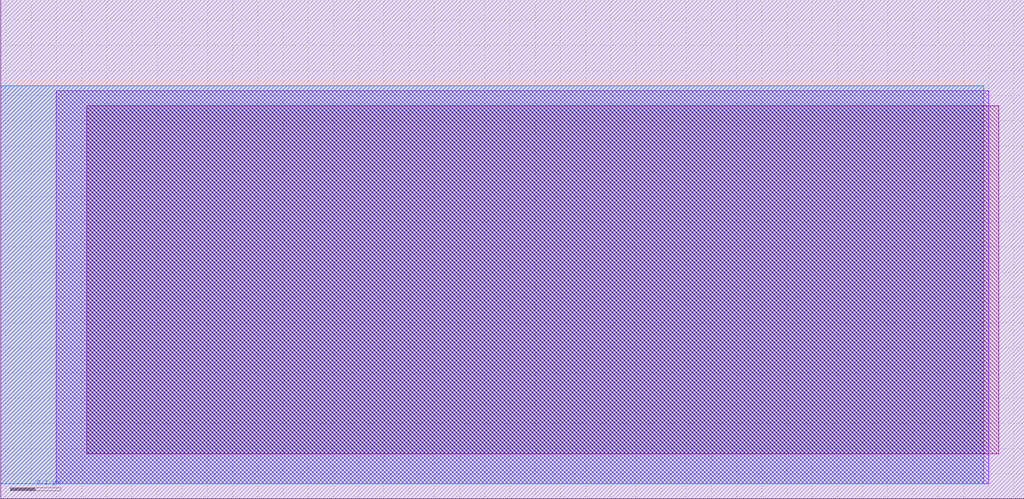
<source format=lef>
VERSION 5.7 ;
  NOWIREEXTENSIONATPIN ON ;
  DIVIDERCHAR "/" ;
  BUSBITCHARS "[]" ;
UNITS
  DATABASE MICRONS 200 ;
END UNITS

LAYER via2
  TYPE CUT ;
END via2

LAYER via
  TYPE CUT ;
END via

LAYER nwell
  TYPE MASTERSLICE ;
END nwell

LAYER via3
  TYPE CUT ;
END via3

LAYER pwell
  TYPE MASTERSLICE ;
END pwell

LAYER via4
  TYPE CUT ;
END via4

LAYER mcon
  TYPE CUT ;
END mcon

LAYER met6
  TYPE ROUTING ;
  WIDTH 0.030000 ;
  SPACING 0.040000 ;
  DIRECTION HORIZONTAL ;
END met6

LAYER met1
  TYPE ROUTING ;
  WIDTH 0.140000 ;
  SPACING 0.140000 ;
  DIRECTION HORIZONTAL ;
END met1

LAYER met3
  TYPE ROUTING ;
  WIDTH 0.300000 ;
  SPACING 0.300000 ;
  DIRECTION HORIZONTAL ;
END met3

LAYER met2
  TYPE ROUTING ;
  WIDTH 0.140000 ;
  SPACING 0.140000 ;
  DIRECTION HORIZONTAL ;
END met2

LAYER met4
  TYPE ROUTING ;
  WIDTH 0.300000 ;
  SPACING 0.300000 ;
  DIRECTION HORIZONTAL ;
END met4

LAYER met5
  TYPE ROUTING ;
  WIDTH 1.600000 ;
  SPACING 1.600000 ;
  DIRECTION HORIZONTAL ;
END met5

LAYER li1
  TYPE ROUTING ;
  WIDTH 0.170000 ;
  SPACING 0.170000 ;
  DIRECTION HORIZONTAL ;
END li1

MACRO sky130_hilas_pFETdevice01e
  CLASS BLOCK ;
  FOREIGN sky130_hilas_pFETdevice01e ;
  ORIGIN 1.210 0.550 ;
  SIZE 2.030 BY 0.990 ;
  OBS
      LAYER nwell ;
        RECT -1.210 -0.550 0.820 0.440 ;
      LAYER li1 ;
        RECT -1.040 -0.460 0.770 0.230 ;
      LAYER met1 ;
        RECT -1.100 -0.520 0.750 0.260 ;
      LAYER met2 ;
        RECT -1.210 -0.520 0.740 0.270 ;
  END
END sky130_hilas_pFETdevice01e
END LIBRARY


</source>
